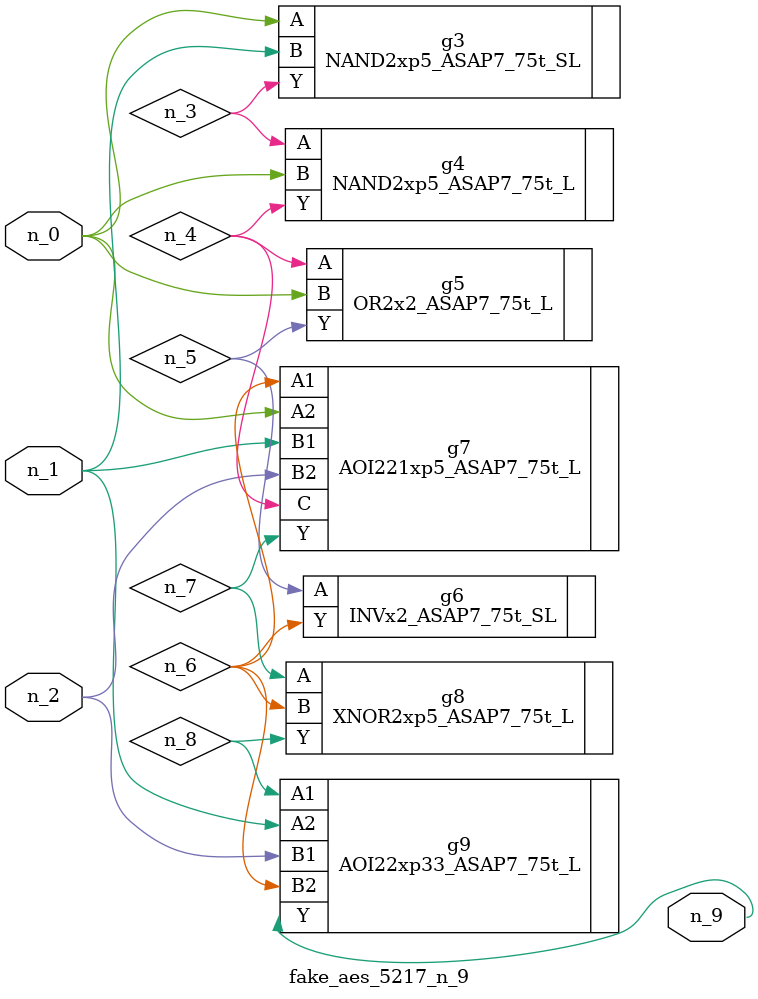
<source format=v>
module fake_aes_5217_n_9 (n_1, n_2, n_0, n_9);
input n_1;
input n_2;
input n_0;
output n_9;
wire n_6;
wire n_4;
wire n_3;
wire n_5;
wire n_7;
wire n_8;
NAND2xp5_ASAP7_75t_SL g3 ( .A(n_0), .B(n_1), .Y(n_3) );
NAND2xp5_ASAP7_75t_L g4 ( .A(n_3), .B(n_0), .Y(n_4) );
OR2x2_ASAP7_75t_L g5 ( .A(n_4), .B(n_0), .Y(n_5) );
INVx2_ASAP7_75t_SL g6 ( .A(n_5), .Y(n_6) );
AOI221xp5_ASAP7_75t_L g7 ( .A1(n_6), .A2(n_0), .B1(n_1), .B2(n_2), .C(n_4), .Y(n_7) );
XNOR2xp5_ASAP7_75t_L g8 ( .A(n_7), .B(n_6), .Y(n_8) );
AOI22xp33_ASAP7_75t_L g9 ( .A1(n_8), .A2(n_1), .B1(n_2), .B2(n_6), .Y(n_9) );
endmodule
</source>
